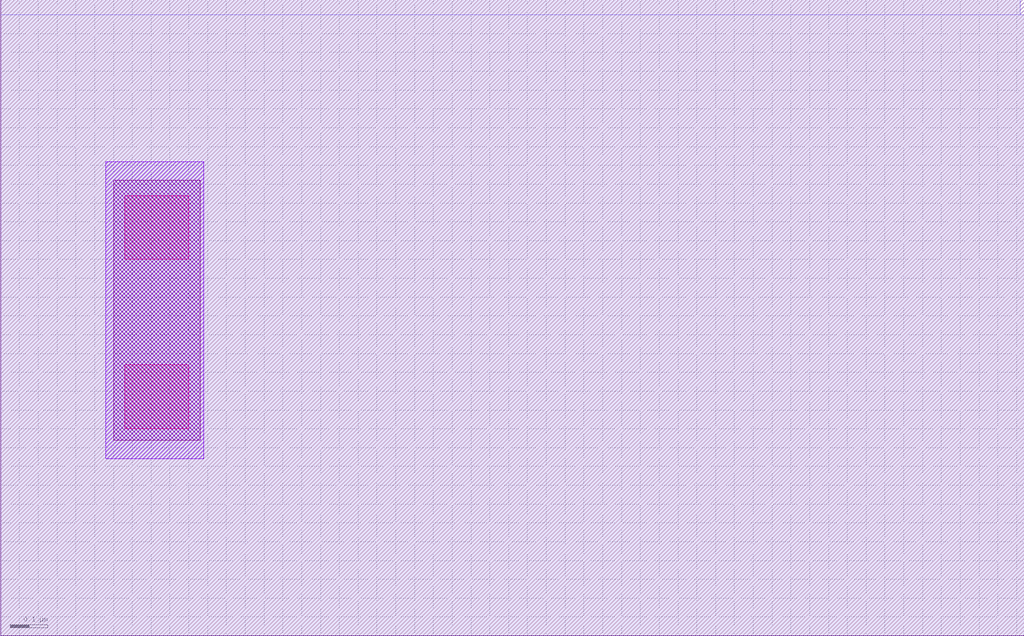
<source format=lef>
VERSION 5.7 ;
  NOWIREEXTENSIONATPIN ON ;
  DIVIDERCHAR "/" ;
  BUSBITCHARS "[]" ;
UNITS
  DATABASE MICRONS 200 ;
END UNITS

LAYER via2
  TYPE CUT ;
END via2

LAYER via
  TYPE CUT ;
END via

LAYER nwell
  TYPE MASTERSLICE ;
END nwell

LAYER via3
  TYPE CUT ;
END via3

LAYER pwell
  TYPE MASTERSLICE ;
END pwell

LAYER via4
  TYPE CUT ;
END via4

LAYER mcon
  TYPE CUT ;
END mcon

LAYER met6
  TYPE ROUTING ;
  WIDTH 0.030000 ;
  SPACING 0.040000 ;
  DIRECTION HORIZONTAL ;
END met6

LAYER met1
  TYPE ROUTING ;
  WIDTH 0.140000 ;
  SPACING 0.140000 ;
  DIRECTION HORIZONTAL ;
END met1

LAYER met3
  TYPE ROUTING ;
  WIDTH 0.300000 ;
  SPACING 0.300000 ;
  DIRECTION HORIZONTAL ;
END met3

LAYER met2
  TYPE ROUTING ;
  WIDTH 0.140000 ;
  SPACING 0.140000 ;
  DIRECTION HORIZONTAL ;
END met2

LAYER met4
  TYPE ROUTING ;
  WIDTH 0.300000 ;
  SPACING 0.300000 ;
  DIRECTION HORIZONTAL ;
END met4

LAYER met5
  TYPE ROUTING ;
  WIDTH 1.600000 ;
  SPACING 1.600000 ;
  DIRECTION HORIZONTAL ;
END met5

LAYER li1
  TYPE ROUTING ;
  WIDTH 0.170000 ;
  SPACING 0.170000 ;
  DIRECTION HORIZONTAL ;
END li1

MACRO sky130_hilas_fgvaractorcapacitor02
  CLASS BLOCK ;
  FOREIGN sky130_hilas_fgvaractorcapacitor02 ;
  ORIGIN 10.050 3.800 ;
  SIZE 2.720 BY 1.690 ;
  OBS
      LAYER nwell ;
        RECT -10.050 -2.150 -7.340 -2.110 ;
        RECT -10.050 -3.800 -7.330 -2.150 ;
      LAYER li1 ;
        RECT -9.750 -3.280 -9.520 -2.590 ;
      LAYER mcon ;
        RECT -9.720 -2.800 -9.550 -2.630 ;
        RECT -9.720 -3.250 -9.550 -3.080 ;
      LAYER met1 ;
        RECT -9.770 -3.330 -9.510 -2.540 ;
  END
END sky130_hilas_fgvaractorcapacitor02
END LIBRARY


</source>
